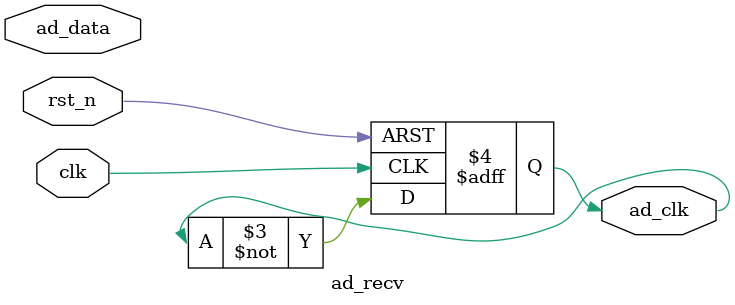
<source format=v>
`timescale 1ns / 1ps

module ad_recv(
    input clk,  //Ê±ÖÓ
    input rst_n,  //¸´Î»ÐÅºÅ£¬µÍµçÆ½ÓÐÐ§
    input [7:0] ad_data,  //ADÊäÈëÊý¾Ý
    output reg ad_clk
    );
    
always @(posedge clk or negedge rst_n) begin
    if(rst_n == 1'b0)
        ad_clk <= 1'b0;
    else
        ad_clk <= ~ad_clk;
end
 
endmodule

</source>
